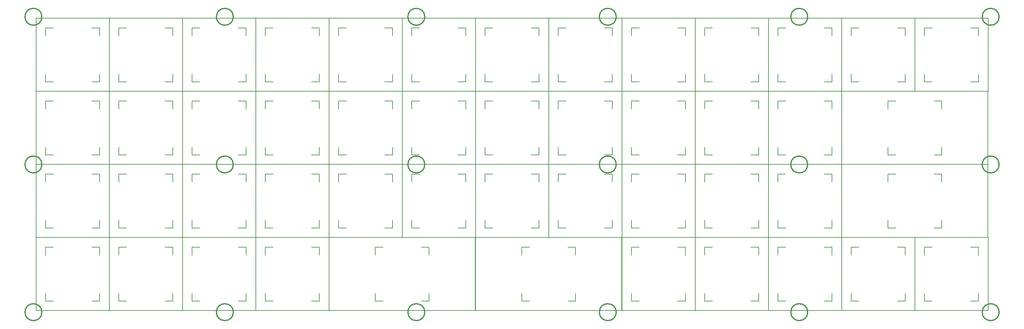
<source format=gto>
G04 Layer: TopSilkLayer*
G04 EasyEDA v6.3.22, 2020-02-17T18:37:01+01:00*
G04 8ef9b12feb67497680a1b9269dc6658d,26ee6207a3b842de9ca16fdba9f4f307,10*
G04 Gerber Generator version 0.2*
G04 Scale: 100 percent, Rotated: No, Reflected: No *
G04 Dimensions in millimeters *
G04 leading zeros omitted , absolute positions ,3 integer and 3 decimal *
%FSLAX33Y33*%
%MOMM*%
G90*
G71D02*

%ADD11C,0.299999*%
%ADD21C,0.150114*%
%ADD22C,0.150012*%

%LPD*%
G54D21*
G01X6200Y65073D02*
G01X6200Y63073D01*
G01X3675Y79598D02*
G01X22725Y79598D01*
G01X22725Y60548D01*
G01X3675Y60548D01*
G01X3675Y79598D01*
G01X6200Y63073D02*
G01X8200Y63073D01*
G01X20200Y77073D02*
G01X20200Y75073D01*
G01X18200Y77073D02*
G01X20200Y77073D01*
G01X20200Y75073D01*
G01X18200Y77073D02*
G01X20200Y77073D01*
G01X20200Y63073D02*
G01X20200Y65073D01*
G01X18200Y63073D02*
G01X20200Y63073D01*
G01X20200Y65073D01*
G01X18200Y63073D02*
G01X20200Y63073D01*
G01X8200Y77073D02*
G01X6200Y77073D01*
G01X6200Y75073D01*
G01X25250Y65073D02*
G01X25250Y63073D01*
G01X22725Y79598D02*
G01X41775Y79598D01*
G01X41775Y60548D01*
G01X22725Y60548D01*
G01X22725Y79598D01*
G01X25250Y63073D02*
G01X27250Y63073D01*
G01X39250Y77073D02*
G01X39250Y75073D01*
G01X37250Y77073D02*
G01X39250Y77073D01*
G01X39250Y75073D01*
G01X37250Y77073D02*
G01X39250Y77073D01*
G01X39250Y63073D02*
G01X39250Y65073D01*
G01X37250Y63073D02*
G01X39250Y63073D01*
G01X39250Y65073D01*
G01X37250Y63073D02*
G01X39250Y63073D01*
G01X27250Y77073D02*
G01X25250Y77073D01*
G01X25250Y75073D01*
G01X44300Y65073D02*
G01X44300Y63073D01*
G01X41775Y79598D02*
G01X60825Y79598D01*
G01X60825Y60548D01*
G01X41775Y60548D01*
G01X41775Y79598D01*
G01X44300Y63073D02*
G01X46300Y63073D01*
G01X58300Y77073D02*
G01X58300Y75073D01*
G01X56300Y77073D02*
G01X58300Y77073D01*
G01X58300Y75073D01*
G01X56300Y77073D02*
G01X58300Y77073D01*
G01X58300Y63073D02*
G01X58300Y65073D01*
G01X56300Y63073D02*
G01X58300Y63073D01*
G01X58300Y65073D01*
G01X56300Y63073D02*
G01X58300Y63073D01*
G01X46300Y77073D02*
G01X44300Y77073D01*
G01X44300Y75073D01*
G01X63350Y65073D02*
G01X63350Y63073D01*
G01X60825Y79598D02*
G01X79875Y79598D01*
G01X79875Y60548D01*
G01X60825Y60548D01*
G01X60825Y79598D01*
G01X63350Y63073D02*
G01X65350Y63073D01*
G01X77350Y77073D02*
G01X77350Y75073D01*
G01X75350Y77073D02*
G01X77350Y77073D01*
G01X77350Y75073D01*
G01X75350Y77073D02*
G01X77350Y77073D01*
G01X77350Y63073D02*
G01X77350Y65073D01*
G01X75350Y63073D02*
G01X77350Y63073D01*
G01X77350Y65073D01*
G01X75350Y63073D02*
G01X77350Y63073D01*
G01X65350Y77073D02*
G01X63350Y77073D01*
G01X63350Y75073D01*
G01X82400Y65073D02*
G01X82400Y63073D01*
G01X79875Y79598D02*
G01X98925Y79598D01*
G01X98925Y60548D01*
G01X79875Y60548D01*
G01X79875Y79598D01*
G01X82400Y63073D02*
G01X84400Y63073D01*
G01X96400Y77073D02*
G01X96400Y75073D01*
G01X94400Y77073D02*
G01X96400Y77073D01*
G01X96400Y75073D01*
G01X94400Y77073D02*
G01X96400Y77073D01*
G01X96400Y63073D02*
G01X96400Y65073D01*
G01X94400Y63073D02*
G01X96400Y63073D01*
G01X96400Y65073D01*
G01X94400Y63073D02*
G01X96400Y63073D01*
G01X84400Y77073D02*
G01X82400Y77073D01*
G01X82400Y75073D01*
G01X101450Y65073D02*
G01X101450Y63073D01*
G01X98925Y79598D02*
G01X117975Y79598D01*
G01X117975Y60548D01*
G01X98925Y60548D01*
G01X98925Y79598D01*
G01X101450Y63073D02*
G01X103450Y63073D01*
G01X115450Y77073D02*
G01X115450Y75073D01*
G01X113450Y77073D02*
G01X115450Y77073D01*
G01X115450Y75073D01*
G01X113450Y77073D02*
G01X115450Y77073D01*
G01X115450Y63073D02*
G01X115450Y65073D01*
G01X113450Y63073D02*
G01X115450Y63073D01*
G01X115450Y65073D01*
G01X113450Y63073D02*
G01X115450Y63073D01*
G01X103450Y77073D02*
G01X101450Y77073D01*
G01X101450Y75073D01*
G01X120500Y65073D02*
G01X120500Y63073D01*
G01X117975Y79598D02*
G01X137025Y79598D01*
G01X137025Y60548D01*
G01X117975Y60548D01*
G01X117975Y79598D01*
G01X120500Y63073D02*
G01X122500Y63073D01*
G01X134500Y77073D02*
G01X134500Y75073D01*
G01X132500Y77073D02*
G01X134500Y77073D01*
G01X134500Y75073D01*
G01X132500Y77073D02*
G01X134500Y77073D01*
G01X134500Y63073D02*
G01X134500Y65073D01*
G01X132500Y63073D02*
G01X134500Y63073D01*
G01X134500Y65073D01*
G01X132500Y63073D02*
G01X134500Y63073D01*
G01X122500Y77073D02*
G01X120500Y77073D01*
G01X120500Y75073D01*
G01X139550Y65073D02*
G01X139550Y63073D01*
G01X137025Y79598D02*
G01X156075Y79598D01*
G01X156075Y60548D01*
G01X137025Y60548D01*
G01X137025Y79598D01*
G01X139550Y63073D02*
G01X141550Y63073D01*
G01X153550Y77073D02*
G01X153550Y75073D01*
G01X151550Y77073D02*
G01X153550Y77073D01*
G01X153550Y75073D01*
G01X151550Y77073D02*
G01X153550Y77073D01*
G01X153550Y63073D02*
G01X153550Y65073D01*
G01X151550Y63073D02*
G01X153550Y63073D01*
G01X153550Y65073D01*
G01X151550Y63073D02*
G01X153550Y63073D01*
G01X141550Y77073D02*
G01X139550Y77073D01*
G01X139550Y75073D01*
G01X158600Y65073D02*
G01X158600Y63073D01*
G01X156075Y79598D02*
G01X175125Y79598D01*
G01X175125Y60548D01*
G01X156075Y60548D01*
G01X156075Y79598D01*
G01X158600Y63073D02*
G01X160600Y63073D01*
G01X172600Y77073D02*
G01X172600Y75073D01*
G01X170600Y77073D02*
G01X172600Y77073D01*
G01X172600Y75073D01*
G01X170600Y77073D02*
G01X172600Y77073D01*
G01X172600Y63073D02*
G01X172600Y65073D01*
G01X170600Y63073D02*
G01X172600Y63073D01*
G01X172600Y65073D01*
G01X170600Y63073D02*
G01X172600Y63073D01*
G01X160600Y77073D02*
G01X158600Y77073D01*
G01X158600Y75073D01*
G01X177650Y65073D02*
G01X177650Y63073D01*
G01X175125Y79598D02*
G01X194175Y79598D01*
G01X194175Y60548D01*
G01X175125Y60548D01*
G01X175125Y79598D01*
G01X177650Y63073D02*
G01X179650Y63073D01*
G01X191650Y77073D02*
G01X191650Y75073D01*
G01X189650Y77073D02*
G01X191650Y77073D01*
G01X191650Y75073D01*
G01X189650Y77073D02*
G01X191650Y77073D01*
G01X191650Y63073D02*
G01X191650Y65073D01*
G01X189650Y63073D02*
G01X191650Y63073D01*
G01X191650Y65073D01*
G01X189650Y63073D02*
G01X191650Y63073D01*
G01X179650Y77073D02*
G01X177650Y77073D01*
G01X177650Y75073D01*
G01X196700Y65073D02*
G01X196700Y63073D01*
G01X194175Y79598D02*
G01X213225Y79598D01*
G01X213225Y60548D01*
G01X194175Y60548D01*
G01X194175Y79598D01*
G01X196700Y63073D02*
G01X198700Y63073D01*
G01X210700Y77073D02*
G01X210700Y75073D01*
G01X208700Y77073D02*
G01X210700Y77073D01*
G01X210700Y75073D01*
G01X208700Y77073D02*
G01X210700Y77073D01*
G01X210700Y63073D02*
G01X210700Y65073D01*
G01X208700Y63073D02*
G01X210700Y63073D01*
G01X210700Y65073D01*
G01X208700Y63073D02*
G01X210700Y63073D01*
G01X198700Y77073D02*
G01X196700Y77073D01*
G01X196700Y75073D01*
G01X215750Y65073D02*
G01X215750Y63073D01*
G01X213225Y79598D02*
G01X232275Y79598D01*
G01X232275Y60548D01*
G01X213225Y60548D01*
G01X213225Y79598D01*
G01X215750Y63073D02*
G01X217750Y63073D01*
G01X229750Y77073D02*
G01X229750Y75073D01*
G01X227750Y77073D02*
G01X229750Y77073D01*
G01X229750Y75073D01*
G01X227750Y77073D02*
G01X229750Y77073D01*
G01X229750Y63073D02*
G01X229750Y65073D01*
G01X227750Y63073D02*
G01X229750Y63073D01*
G01X229750Y65073D01*
G01X227750Y63073D02*
G01X229750Y63073D01*
G01X217750Y77073D02*
G01X215750Y77073D01*
G01X215750Y75073D01*
G01X234800Y65073D02*
G01X234800Y63073D01*
G01X232275Y79598D02*
G01X251325Y79598D01*
G01X251325Y60548D01*
G01X232275Y60548D01*
G01X232275Y79598D01*
G01X234800Y63073D02*
G01X236800Y63073D01*
G01X248800Y77073D02*
G01X248800Y75073D01*
G01X246800Y77073D02*
G01X248800Y77073D01*
G01X248800Y75073D01*
G01X246800Y77073D02*
G01X248800Y77073D01*
G01X248800Y63073D02*
G01X248800Y65073D01*
G01X246800Y63073D02*
G01X248800Y63073D01*
G01X248800Y65073D01*
G01X246800Y63073D02*
G01X248800Y63073D01*
G01X236800Y77073D02*
G01X234800Y77073D01*
G01X234800Y75073D01*
G01X6200Y46023D02*
G01X6200Y44023D01*
G01X3675Y60548D02*
G01X22725Y60548D01*
G01X22725Y41498D01*
G01X3675Y41498D01*
G01X3675Y60548D01*
G01X6200Y44023D02*
G01X8200Y44023D01*
G01X20200Y58023D02*
G01X20200Y56023D01*
G01X18200Y58023D02*
G01X20200Y58023D01*
G01X20200Y56023D01*
G01X18200Y58023D02*
G01X20200Y58023D01*
G01X20200Y44023D02*
G01X20200Y46023D01*
G01X18200Y44023D02*
G01X20200Y44023D01*
G01X20200Y46023D01*
G01X18200Y44023D02*
G01X20200Y44023D01*
G01X8200Y58023D02*
G01X6200Y58023D01*
G01X6200Y56023D01*
G01X25250Y46023D02*
G01X25250Y44023D01*
G01X22725Y60548D02*
G01X41775Y60548D01*
G01X41775Y41498D01*
G01X22725Y41498D01*
G01X22725Y60548D01*
G01X25250Y44023D02*
G01X27250Y44023D01*
G01X39250Y58023D02*
G01X39250Y56023D01*
G01X37250Y58023D02*
G01X39250Y58023D01*
G01X39250Y56023D01*
G01X37250Y58023D02*
G01X39250Y58023D01*
G01X39250Y44023D02*
G01X39250Y46023D01*
G01X37250Y44023D02*
G01X39250Y44023D01*
G01X39250Y46023D01*
G01X37250Y44023D02*
G01X39250Y44023D01*
G01X27250Y58023D02*
G01X25250Y58023D01*
G01X25250Y56023D01*
G01X44300Y46023D02*
G01X44300Y44023D01*
G01X41775Y60548D02*
G01X60825Y60548D01*
G01X60825Y41498D01*
G01X41775Y41498D01*
G01X41775Y60548D01*
G01X44300Y44023D02*
G01X46300Y44023D01*
G01X58300Y58023D02*
G01X58300Y56023D01*
G01X56300Y58023D02*
G01X58300Y58023D01*
G01X58300Y56023D01*
G01X56300Y58023D02*
G01X58300Y58023D01*
G01X58300Y44023D02*
G01X58300Y46023D01*
G01X56300Y44023D02*
G01X58300Y44023D01*
G01X58300Y46023D01*
G01X56300Y44023D02*
G01X58300Y44023D01*
G01X46300Y58023D02*
G01X44300Y58023D01*
G01X44300Y56023D01*
G01X63350Y46023D02*
G01X63350Y44023D01*
G01X60825Y60548D02*
G01X79875Y60548D01*
G01X79875Y41498D01*
G01X60825Y41498D01*
G01X60825Y60548D01*
G01X63350Y44023D02*
G01X65350Y44023D01*
G01X77350Y58023D02*
G01X77350Y56023D01*
G01X75350Y58023D02*
G01X77350Y58023D01*
G01X77350Y56023D01*
G01X75350Y58023D02*
G01X77350Y58023D01*
G01X77350Y44023D02*
G01X77350Y46023D01*
G01X75350Y44023D02*
G01X77350Y44023D01*
G01X77350Y46023D01*
G01X75350Y44023D02*
G01X77350Y44023D01*
G01X65350Y58023D02*
G01X63350Y58023D01*
G01X63350Y56023D01*
G01X82400Y46023D02*
G01X82400Y44023D01*
G01X79875Y60548D02*
G01X98925Y60548D01*
G01X98925Y41498D01*
G01X79875Y41498D01*
G01X79875Y60548D01*
G01X82400Y44023D02*
G01X84400Y44023D01*
G01X96400Y58023D02*
G01X96400Y56023D01*
G01X94400Y58023D02*
G01X96400Y58023D01*
G01X96400Y56023D01*
G01X94400Y58023D02*
G01X96400Y58023D01*
G01X96400Y44023D02*
G01X96400Y46023D01*
G01X94400Y44023D02*
G01X96400Y44023D01*
G01X96400Y46023D01*
G01X94400Y44023D02*
G01X96400Y44023D01*
G01X84400Y58023D02*
G01X82400Y58023D01*
G01X82400Y56023D01*
G01X101450Y46023D02*
G01X101450Y44023D01*
G01X98925Y60548D02*
G01X117975Y60548D01*
G01X117975Y41498D01*
G01X98925Y41498D01*
G01X98925Y60548D01*
G01X101450Y44023D02*
G01X103450Y44023D01*
G01X115450Y58023D02*
G01X115450Y56023D01*
G01X113450Y58023D02*
G01X115450Y58023D01*
G01X115450Y56023D01*
G01X113450Y58023D02*
G01X115450Y58023D01*
G01X115450Y44023D02*
G01X115450Y46023D01*
G01X113450Y44023D02*
G01X115450Y44023D01*
G01X115450Y46023D01*
G01X113450Y44023D02*
G01X115450Y44023D01*
G01X103450Y58023D02*
G01X101450Y58023D01*
G01X101450Y56023D01*
G01X120500Y46023D02*
G01X120500Y44023D01*
G01X117975Y60548D02*
G01X137025Y60548D01*
G01X137025Y41498D01*
G01X117975Y41498D01*
G01X117975Y60548D01*
G01X120500Y44023D02*
G01X122500Y44023D01*
G01X134500Y58023D02*
G01X134500Y56023D01*
G01X132500Y58023D02*
G01X134500Y58023D01*
G01X134500Y56023D01*
G01X132500Y58023D02*
G01X134500Y58023D01*
G01X134500Y44023D02*
G01X134500Y46023D01*
G01X132500Y44023D02*
G01X134500Y44023D01*
G01X134500Y46023D01*
G01X132500Y44023D02*
G01X134500Y44023D01*
G01X122500Y58023D02*
G01X120500Y58023D01*
G01X120500Y56023D01*
G01X139550Y46023D02*
G01X139550Y44023D01*
G01X137025Y60548D02*
G01X156075Y60548D01*
G01X156075Y41498D01*
G01X137025Y41498D01*
G01X137025Y60548D01*
G01X139550Y44023D02*
G01X141550Y44023D01*
G01X153550Y58023D02*
G01X153550Y56023D01*
G01X151550Y58023D02*
G01X153550Y58023D01*
G01X153550Y56023D01*
G01X151550Y58023D02*
G01X153550Y58023D01*
G01X153550Y44023D02*
G01X153550Y46023D01*
G01X151550Y44023D02*
G01X153550Y44023D01*
G01X153550Y46023D01*
G01X151550Y44023D02*
G01X153550Y44023D01*
G01X141550Y58023D02*
G01X139550Y58023D01*
G01X139550Y56023D01*
G01X158600Y46023D02*
G01X158600Y44023D01*
G01X156075Y60548D02*
G01X175125Y60548D01*
G01X175125Y41498D01*
G01X156075Y41498D01*
G01X156075Y60548D01*
G01X158600Y44023D02*
G01X160600Y44023D01*
G01X172600Y58023D02*
G01X172600Y56023D01*
G01X170600Y58023D02*
G01X172600Y58023D01*
G01X172600Y56023D01*
G01X170600Y58023D02*
G01X172600Y58023D01*
G01X172600Y44023D02*
G01X172600Y46023D01*
G01X170600Y44023D02*
G01X172600Y44023D01*
G01X172600Y46023D01*
G01X170600Y44023D02*
G01X172600Y44023D01*
G01X160600Y58023D02*
G01X158600Y58023D01*
G01X158600Y56023D01*
G01X177650Y46023D02*
G01X177650Y44023D01*
G01X175125Y60548D02*
G01X194175Y60548D01*
G01X194175Y41498D01*
G01X175125Y41498D01*
G01X175125Y60548D01*
G01X177650Y44023D02*
G01X179650Y44023D01*
G01X191650Y58023D02*
G01X191650Y56023D01*
G01X189650Y58023D02*
G01X191650Y58023D01*
G01X191650Y56023D01*
G01X189650Y58023D02*
G01X191650Y58023D01*
G01X191650Y44023D02*
G01X191650Y46023D01*
G01X189650Y44023D02*
G01X191650Y44023D01*
G01X191650Y46023D01*
G01X189650Y44023D02*
G01X191650Y44023D01*
G01X179650Y58023D02*
G01X177650Y58023D01*
G01X177650Y56023D01*
G01X196700Y46023D02*
G01X196700Y44023D01*
G01X194175Y60548D02*
G01X213225Y60548D01*
G01X213225Y41498D01*
G01X194175Y41498D01*
G01X194175Y60548D01*
G01X196700Y44023D02*
G01X198700Y44023D01*
G01X210700Y58023D02*
G01X210700Y56023D01*
G01X208700Y58023D02*
G01X210700Y58023D01*
G01X210700Y56023D01*
G01X208700Y58023D02*
G01X210700Y58023D01*
G01X210700Y44023D02*
G01X210700Y46023D01*
G01X208700Y44023D02*
G01X210700Y44023D01*
G01X210700Y46023D01*
G01X208700Y44023D02*
G01X210700Y44023D01*
G01X198700Y58023D02*
G01X196700Y58023D01*
G01X196700Y56023D01*
G01X6200Y26973D02*
G01X6200Y24973D01*
G01X3675Y41498D02*
G01X22725Y41498D01*
G01X22725Y22448D01*
G01X3675Y22448D01*
G01X3675Y41498D01*
G01X6200Y24973D02*
G01X8200Y24973D01*
G01X20200Y38973D02*
G01X20200Y36973D01*
G01X18200Y38973D02*
G01X20200Y38973D01*
G01X20200Y36973D01*
G01X18200Y38973D02*
G01X20200Y38973D01*
G01X20200Y24973D02*
G01X20200Y26973D01*
G01X18200Y24973D02*
G01X20200Y24973D01*
G01X20200Y26973D01*
G01X18200Y24973D02*
G01X20200Y24973D01*
G01X8200Y38973D02*
G01X6200Y38973D01*
G01X6200Y36973D01*
G01X25250Y26973D02*
G01X25250Y24973D01*
G01X22725Y41498D02*
G01X41775Y41498D01*
G01X41775Y22448D01*
G01X22725Y22448D01*
G01X22725Y41498D01*
G01X25250Y24973D02*
G01X27250Y24973D01*
G01X39250Y38973D02*
G01X39250Y36973D01*
G01X37250Y38973D02*
G01X39250Y38973D01*
G01X39250Y36973D01*
G01X37250Y38973D02*
G01X39250Y38973D01*
G01X39250Y24973D02*
G01X39250Y26973D01*
G01X37250Y24973D02*
G01X39250Y24973D01*
G01X39250Y26973D01*
G01X37250Y24973D02*
G01X39250Y24973D01*
G01X27250Y38973D02*
G01X25250Y38973D01*
G01X25250Y36973D01*
G01X44300Y26973D02*
G01X44300Y24973D01*
G01X41775Y41498D02*
G01X60825Y41498D01*
G01X60825Y22448D01*
G01X41775Y22448D01*
G01X41775Y41498D01*
G01X44300Y24973D02*
G01X46300Y24973D01*
G01X58300Y38973D02*
G01X58300Y36973D01*
G01X56300Y38973D02*
G01X58300Y38973D01*
G01X58300Y36973D01*
G01X56300Y38973D02*
G01X58300Y38973D01*
G01X58300Y24973D02*
G01X58300Y26973D01*
G01X56300Y24973D02*
G01X58300Y24973D01*
G01X58300Y26973D01*
G01X56300Y24973D02*
G01X58300Y24973D01*
G01X46300Y38973D02*
G01X44300Y38973D01*
G01X44300Y36973D01*
G01X63350Y26973D02*
G01X63350Y24973D01*
G01X60825Y41498D02*
G01X79875Y41498D01*
G01X79875Y22448D01*
G01X60825Y22448D01*
G01X60825Y41498D01*
G01X63350Y24973D02*
G01X65350Y24973D01*
G01X77350Y38973D02*
G01X77350Y36973D01*
G01X75350Y38973D02*
G01X77350Y38973D01*
G01X77350Y36973D01*
G01X75350Y38973D02*
G01X77350Y38973D01*
G01X77350Y24973D02*
G01X77350Y26973D01*
G01X75350Y24973D02*
G01X77350Y24973D01*
G01X77350Y26973D01*
G01X75350Y24973D02*
G01X77350Y24973D01*
G01X65350Y38973D02*
G01X63350Y38973D01*
G01X63350Y36973D01*
G01X82400Y26973D02*
G01X82400Y24973D01*
G01X79875Y41498D02*
G01X98925Y41498D01*
G01X98925Y22448D01*
G01X79875Y22448D01*
G01X79875Y41498D01*
G01X82400Y24973D02*
G01X84400Y24973D01*
G01X96400Y38973D02*
G01X96400Y36973D01*
G01X94400Y38973D02*
G01X96400Y38973D01*
G01X96400Y36973D01*
G01X94400Y38973D02*
G01X96400Y38973D01*
G01X96400Y24973D02*
G01X96400Y26973D01*
G01X94400Y24973D02*
G01X96400Y24973D01*
G01X96400Y26973D01*
G01X94400Y24973D02*
G01X96400Y24973D01*
G01X84400Y38973D02*
G01X82400Y38973D01*
G01X82400Y36973D01*
G01X101450Y26973D02*
G01X101450Y24973D01*
G01X98925Y41498D02*
G01X117975Y41498D01*
G01X117975Y22448D01*
G01X98925Y22448D01*
G01X98925Y41498D01*
G01X101450Y24973D02*
G01X103450Y24973D01*
G01X115450Y38973D02*
G01X115450Y36973D01*
G01X113450Y38973D02*
G01X115450Y38973D01*
G01X115450Y36973D01*
G01X113450Y38973D02*
G01X115450Y38973D01*
G01X115450Y24973D02*
G01X115450Y26973D01*
G01X113450Y24973D02*
G01X115450Y24973D01*
G01X115450Y26973D01*
G01X113450Y24973D02*
G01X115450Y24973D01*
G01X103450Y38973D02*
G01X101450Y38973D01*
G01X101450Y36973D01*
G01X120500Y26973D02*
G01X120500Y24973D01*
G01X117975Y41498D02*
G01X137025Y41498D01*
G01X137025Y22448D01*
G01X117975Y22448D01*
G01X117975Y41498D01*
G01X120500Y24973D02*
G01X122500Y24973D01*
G01X134500Y38973D02*
G01X134500Y36973D01*
G01X132500Y38973D02*
G01X134500Y38973D01*
G01X134500Y36973D01*
G01X132500Y38973D02*
G01X134500Y38973D01*
G01X134500Y24973D02*
G01X134500Y26973D01*
G01X132500Y24973D02*
G01X134500Y24973D01*
G01X134500Y26973D01*
G01X132500Y24973D02*
G01X134500Y24973D01*
G01X122500Y38973D02*
G01X120500Y38973D01*
G01X120500Y36973D01*
G01X139550Y26973D02*
G01X139550Y24973D01*
G01X137025Y41498D02*
G01X156075Y41498D01*
G01X156075Y22448D01*
G01X137025Y22448D01*
G01X137025Y41498D01*
G01X139550Y24973D02*
G01X141550Y24973D01*
G01X153550Y38973D02*
G01X153550Y36973D01*
G01X151550Y38973D02*
G01X153550Y38973D01*
G01X153550Y36973D01*
G01X151550Y38973D02*
G01X153550Y38973D01*
G01X153550Y24973D02*
G01X153550Y26973D01*
G01X151550Y24973D02*
G01X153550Y24973D01*
G01X153550Y26973D01*
G01X151550Y24973D02*
G01X153550Y24973D01*
G01X141550Y38973D02*
G01X139550Y38973D01*
G01X139550Y36973D01*
G01X158600Y26973D02*
G01X158600Y24973D01*
G01X156075Y41498D02*
G01X175125Y41498D01*
G01X175125Y22448D01*
G01X156075Y22448D01*
G01X156075Y41498D01*
G01X158600Y24973D02*
G01X160600Y24973D01*
G01X172600Y38973D02*
G01X172600Y36973D01*
G01X170600Y38973D02*
G01X172600Y38973D01*
G01X172600Y36973D01*
G01X170600Y38973D02*
G01X172600Y38973D01*
G01X172600Y24973D02*
G01X172600Y26973D01*
G01X170600Y24973D02*
G01X172600Y24973D01*
G01X172600Y26973D01*
G01X170600Y24973D02*
G01X172600Y24973D01*
G01X160600Y38973D02*
G01X158600Y38973D01*
G01X158600Y36973D01*
G01X177650Y26973D02*
G01X177650Y24973D01*
G01X175125Y41498D02*
G01X194175Y41498D01*
G01X194175Y22448D01*
G01X175125Y22448D01*
G01X175125Y41498D01*
G01X177650Y24973D02*
G01X179650Y24973D01*
G01X191650Y38973D02*
G01X191650Y36973D01*
G01X189650Y38973D02*
G01X191650Y38973D01*
G01X191650Y36973D01*
G01X189650Y38973D02*
G01X191650Y38973D01*
G01X191650Y24973D02*
G01X191650Y26973D01*
G01X189650Y24973D02*
G01X191650Y24973D01*
G01X191650Y26973D01*
G01X189650Y24973D02*
G01X191650Y24973D01*
G01X179650Y38973D02*
G01X177650Y38973D01*
G01X177650Y36973D01*
G01X196700Y26973D02*
G01X196700Y24973D01*
G01X194175Y41498D02*
G01X213225Y41498D01*
G01X213225Y22448D01*
G01X194175Y22448D01*
G01X194175Y41498D01*
G01X196700Y24973D02*
G01X198700Y24973D01*
G01X210700Y38973D02*
G01X210700Y36973D01*
G01X208700Y38973D02*
G01X210700Y38973D01*
G01X210700Y36973D01*
G01X208700Y38973D02*
G01X210700Y38973D01*
G01X210700Y24973D02*
G01X210700Y26973D01*
G01X208700Y24973D02*
G01X210700Y24973D01*
G01X210700Y26973D01*
G01X208700Y24973D02*
G01X210700Y24973D01*
G01X198700Y38973D02*
G01X196700Y38973D01*
G01X196700Y36973D01*
G01X6200Y7923D02*
G01X6200Y5923D01*
G01X3675Y22448D02*
G01X22725Y22448D01*
G01X22725Y3398D01*
G01X3675Y3398D01*
G01X3675Y22448D01*
G01X6200Y5923D02*
G01X8200Y5923D01*
G01X20200Y19923D02*
G01X20200Y17923D01*
G01X18200Y19923D02*
G01X20200Y19923D01*
G01X20200Y17923D01*
G01X18200Y19923D02*
G01X20200Y19923D01*
G01X20200Y5923D02*
G01X20200Y7923D01*
G01X18200Y5923D02*
G01X20200Y5923D01*
G01X20200Y7923D01*
G01X18200Y5923D02*
G01X20200Y5923D01*
G01X8200Y19923D02*
G01X6200Y19923D01*
G01X6200Y17923D01*
G01X25250Y7923D02*
G01X25250Y5923D01*
G01X22725Y22448D02*
G01X41775Y22448D01*
G01X41775Y3398D01*
G01X22725Y3398D01*
G01X22725Y22448D01*
G01X25250Y5923D02*
G01X27250Y5923D01*
G01X39250Y19923D02*
G01X39250Y17923D01*
G01X37250Y19923D02*
G01X39250Y19923D01*
G01X39250Y17923D01*
G01X37250Y19923D02*
G01X39250Y19923D01*
G01X39250Y5923D02*
G01X39250Y7923D01*
G01X37250Y5923D02*
G01X39250Y5923D01*
G01X39250Y7923D01*
G01X37250Y5923D02*
G01X39250Y5923D01*
G01X27250Y19923D02*
G01X25250Y19923D01*
G01X25250Y17923D01*
G01X44300Y7923D02*
G01X44300Y5923D01*
G01X41775Y22448D02*
G01X60825Y22448D01*
G01X60825Y3398D01*
G01X41775Y3398D01*
G01X41775Y22448D01*
G01X44300Y5923D02*
G01X46300Y5923D01*
G01X58300Y19923D02*
G01X58300Y17923D01*
G01X56300Y19923D02*
G01X58300Y19923D01*
G01X58300Y17923D01*
G01X56300Y19923D02*
G01X58300Y19923D01*
G01X58300Y5923D02*
G01X58300Y7923D01*
G01X56300Y5923D02*
G01X58300Y5923D01*
G01X58300Y7923D01*
G01X56300Y5923D02*
G01X58300Y5923D01*
G01X46300Y19923D02*
G01X44300Y19923D01*
G01X44300Y17923D01*
G01X63350Y7923D02*
G01X63350Y5923D01*
G01X60825Y22448D02*
G01X79875Y22448D01*
G01X79875Y3398D01*
G01X60825Y3398D01*
G01X60825Y22448D01*
G01X63350Y5923D02*
G01X65350Y5923D01*
G01X77350Y19923D02*
G01X77350Y17923D01*
G01X75350Y19923D02*
G01X77350Y19923D01*
G01X77350Y17923D01*
G01X75350Y19923D02*
G01X77350Y19923D01*
G01X77350Y5923D02*
G01X77350Y7923D01*
G01X75350Y5923D02*
G01X77350Y5923D01*
G01X77350Y7923D01*
G01X75350Y5923D02*
G01X77350Y5923D01*
G01X65350Y19923D02*
G01X63350Y19923D01*
G01X63350Y17923D01*
G01X158600Y7923D02*
G01X158600Y5923D01*
G01X156075Y22448D02*
G01X175125Y22448D01*
G01X175125Y3398D01*
G01X156075Y3398D01*
G01X156075Y22448D01*
G01X158600Y5923D02*
G01X160600Y5923D01*
G01X172600Y19923D02*
G01X172600Y17923D01*
G01X170600Y19923D02*
G01X172600Y19923D01*
G01X172600Y17923D01*
G01X170600Y19923D02*
G01X172600Y19923D01*
G01X172600Y5923D02*
G01X172600Y7923D01*
G01X170600Y5923D02*
G01X172600Y5923D01*
G01X172600Y7923D01*
G01X170600Y5923D02*
G01X172600Y5923D01*
G01X160600Y19923D02*
G01X158600Y19923D01*
G01X158600Y17923D01*
G01X177650Y7923D02*
G01X177650Y5923D01*
G01X175125Y22448D02*
G01X194175Y22448D01*
G01X194175Y3398D01*
G01X175125Y3398D01*
G01X175125Y22448D01*
G01X177650Y5923D02*
G01X179650Y5923D01*
G01X191650Y19923D02*
G01X191650Y17923D01*
G01X189650Y19923D02*
G01X191650Y19923D01*
G01X191650Y17923D01*
G01X189650Y19923D02*
G01X191650Y19923D01*
G01X191650Y5923D02*
G01X191650Y7923D01*
G01X189650Y5923D02*
G01X191650Y5923D01*
G01X191650Y7923D01*
G01X189650Y5923D02*
G01X191650Y5923D01*
G01X179650Y19923D02*
G01X177650Y19923D01*
G01X177650Y17923D01*
G01X196700Y7923D02*
G01X196700Y5923D01*
G01X194175Y22448D02*
G01X213225Y22448D01*
G01X213225Y3398D01*
G01X194175Y3398D01*
G01X194175Y22448D01*
G01X196700Y5923D02*
G01X198700Y5923D01*
G01X210700Y19923D02*
G01X210700Y17923D01*
G01X208700Y19923D02*
G01X210700Y19923D01*
G01X210700Y17923D01*
G01X208700Y19923D02*
G01X210700Y19923D01*
G01X210700Y5923D02*
G01X210700Y7923D01*
G01X208700Y5923D02*
G01X210700Y5923D01*
G01X210700Y7923D01*
G01X208700Y5923D02*
G01X210700Y5923D01*
G01X198700Y19923D02*
G01X196700Y19923D01*
G01X196700Y17923D01*
G01X215750Y7923D02*
G01X215750Y5923D01*
G01X213225Y22448D02*
G01X232275Y22448D01*
G01X232275Y3398D01*
G01X213225Y3398D01*
G01X213225Y22448D01*
G01X215750Y5923D02*
G01X217750Y5923D01*
G01X229750Y19923D02*
G01X229750Y17923D01*
G01X227750Y19923D02*
G01X229750Y19923D01*
G01X229750Y17923D01*
G01X227750Y19923D02*
G01X229750Y19923D01*
G01X229750Y5923D02*
G01X229750Y7923D01*
G01X227750Y5923D02*
G01X229750Y5923D01*
G01X229750Y7923D01*
G01X227750Y5923D02*
G01X229750Y5923D01*
G01X217750Y19923D02*
G01X215750Y19923D01*
G01X215750Y17923D01*
G01X234800Y7923D02*
G01X234800Y5923D01*
G01X232275Y22448D02*
G01X251325Y22448D01*
G01X251325Y3398D01*
G01X232275Y3398D01*
G01X232275Y22448D01*
G01X234800Y5923D02*
G01X236800Y5923D01*
G01X248800Y19923D02*
G01X248800Y17923D01*
G01X246800Y19923D02*
G01X248800Y19923D01*
G01X248800Y17923D01*
G01X246800Y19923D02*
G01X248800Y19923D01*
G01X248800Y5923D02*
G01X248800Y7923D01*
G01X246800Y5923D02*
G01X248800Y5923D01*
G01X248800Y7923D01*
G01X246800Y5923D02*
G01X248800Y5923D01*
G01X236800Y19923D02*
G01X234800Y19923D01*
G01X234800Y17923D01*
G01X237275Y58023D02*
G01X239275Y58023D01*
G01X239275Y56023D01*
G01X227275Y58023D02*
G01X225275Y58023D01*
G01X225275Y56023D01*
G54D22*
G01X213275Y60548D02*
G01X251275Y60548D01*
G01X251275Y41498D01*
G01X213275Y41498D01*
G01X213275Y60548D01*
G54D21*
G01X225275Y46023D02*
G01X225275Y44023D01*
G01X227275Y44023D01*
G01X237275Y44023D02*
G01X239275Y44023D01*
G01X239275Y46023D01*
G01X237275Y38973D02*
G01X239275Y38973D01*
G01X239275Y36973D01*
G01X227275Y38973D02*
G01X225275Y38973D01*
G01X225275Y36973D01*
G54D22*
G01X213275Y41498D02*
G01X251275Y41498D01*
G01X251275Y22448D01*
G01X213275Y22448D01*
G01X213275Y41498D01*
G54D21*
G01X225275Y26973D02*
G01X225275Y24973D01*
G01X227275Y24973D01*
G01X237275Y24973D02*
G01X239275Y24973D01*
G01X239275Y26973D01*
G01X103925Y19923D02*
G01X105925Y19923D01*
G01X105925Y17923D01*
G01X93925Y19923D02*
G01X91925Y19923D01*
G01X91925Y17923D01*
G54D22*
G01X79925Y22448D02*
G01X117925Y22448D01*
G01X117925Y3398D01*
G01X79925Y3398D01*
G01X79925Y22448D01*
G54D21*
G01X91925Y7923D02*
G01X91925Y5923D01*
G01X93925Y5923D01*
G01X103925Y5923D02*
G01X105925Y5923D01*
G01X105925Y7923D01*
G01X142025Y19923D02*
G01X144025Y19923D01*
G01X144025Y17923D01*
G01X132025Y19923D02*
G01X130025Y19923D01*
G01X130025Y17923D01*
G54D22*
G01X118025Y22448D02*
G01X156025Y22448D01*
G01X156025Y3398D01*
G01X118025Y3398D01*
G01X118025Y22448D01*
G54D21*
G01X130025Y7923D02*
G01X130025Y5923D01*
G01X132025Y5923D01*
G01X142025Y5923D02*
G01X144025Y5923D01*
G01X144025Y7923D01*
G54D11*
G75*
G01X5200Y80000D02*
G03X5200Y79993I-2200J-4D01*
G01*
G75*
G01X54999Y80000D02*
G03X54999Y79993I-2200J-4D01*
G01*
G75*
G01X104801Y80000D02*
G03X104801Y79993I-2200J-4D01*
G01*
G75*
G01X154600Y80000D02*
G03X154600Y79993I-2200J-4D01*
G01*
G75*
G01X204399Y80000D02*
G03X204399Y79993I-2200J-4D01*
G01*
G75*
G01X254201Y80000D02*
G03X254201Y79993I-2200J-4D01*
G01*
G75*
G01X5200Y41499D02*
G03X5200Y41491I-2200J-4D01*
G01*
G75*
G01X54999Y41499D02*
G03X54999Y41491I-2200J-4D01*
G01*
G75*
G01X104801Y41499D02*
G03X104801Y41491I-2200J-4D01*
G01*
G75*
G01X154600Y41499D02*
G03X154600Y41491I-2200J-4D01*
G01*
G75*
G01X204399Y41499D02*
G03X204399Y41491I-2200J-4D01*
G01*
G75*
G01X254201Y41499D02*
G03X254201Y41491I-2200J-4D01*
G01*
G75*
G01X5200Y3000D02*
G03X5200Y2993I-2200J-4D01*
G01*
G75*
G01X54999Y3000D02*
G03X54999Y2993I-2200J-4D01*
G01*
G75*
G01X104801Y3000D02*
G03X104801Y2993I-2200J-4D01*
G01*
G75*
G01X154600Y3000D02*
G03X154600Y2993I-2200J-4D01*
G01*
G75*
G01X204399Y3000D02*
G03X204399Y2993I-2200J-4D01*
G01*
G75*
G01X254201Y3000D02*
G03X254201Y2993I-2200J-4D01*
G01*
M00*
M02*

</source>
